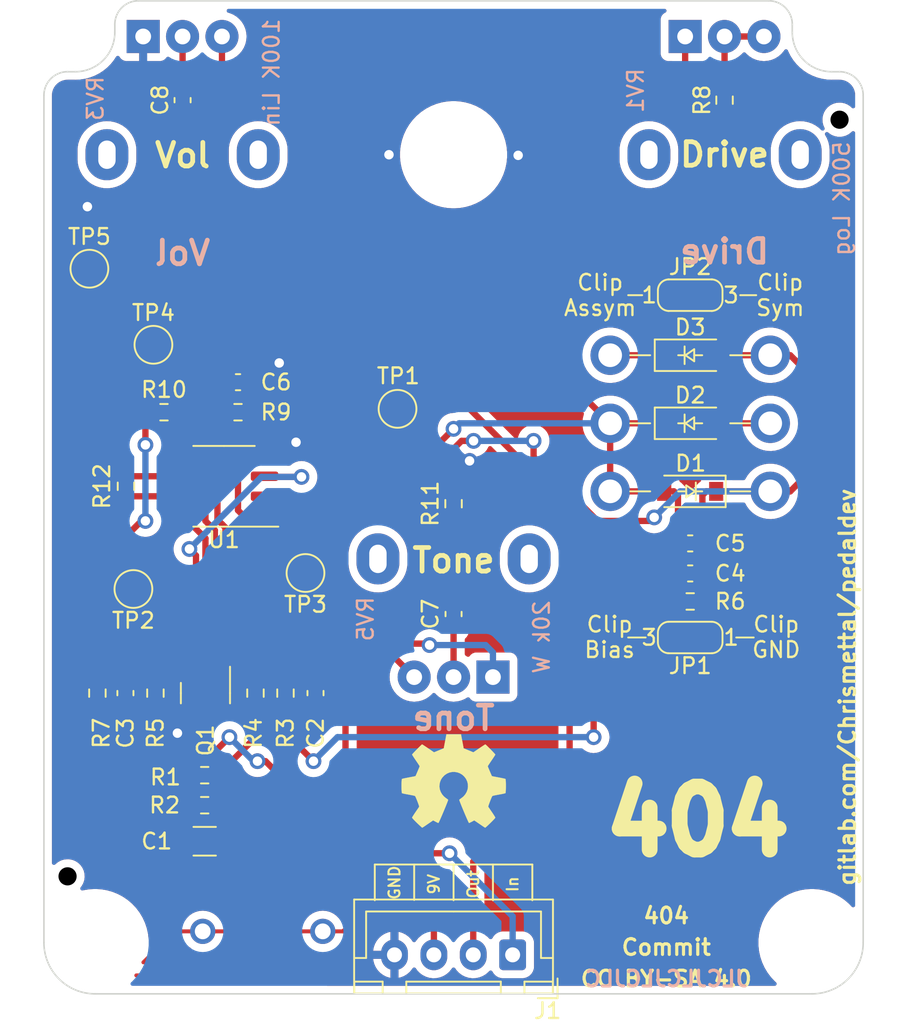
<source format=kicad_pcb>
(kicad_pcb (version 20211014) (generator pcbnew)
  (layers (0 "F.Cu" signal) (31 "B.Cu" signal) (34 "B.Paste" user) (35 "F.Paste" user) (36 "B.SilkS" user "B.Silkscreen") (37 "F.SilkS" user "F.Silkscreen") (38 "B.Mask" user) (39 "F.Mask" user) (44 "Edge.Cuts" user))
  (property "Commit" "Commit")
  (property "Link" "gitlab.com/Chrismettal/pedaldev")
  (property "Name" "404")
  (property "RV1" "Drive")
  (property "RV3" "Vol")
  (property "RV5" "Tone")
  (net 0 "")
  (net 1 "+9V")
  (net 2 "GND")
  (net 3 "Upper_PCB_Input")
  (net 4 "Upper_PCB_Output")
  (net 5 "Net-(C2-Pad2)")
  (net 6 "Net-(C3-Pad1)")
  (net 7 "Net-(C3-Pad2)")
  (net 8 "Net-(C4-Pad2)")
  (net 9 "Net-(C4-Pad1)")
  (net 10 "Net-(C5-Pad2)")
  (net 11 "Net-(C7-Pad2)")
  (net 12 "Net-(C8-Pad1)")
  (net 13 "Net-(C6-Pad1)")
  (net 14 "Net-(JP1-Pad2)")
  (net 15 "Net-(Q1-Pad1)")
  (net 16 "Net-(C7-Pad1)")
  (net 17 "Net-(C8-Pad2)")
  (net 18 "Net-(D2-Pad2)")
  (net 19 "Net-(D3-Pad1)")
  (net 20 "Net-(R8-Pad2)")
  (net 21 "Net-(R12-Pad1)")
  (net 22 "+4V5")
  (footprint "Capacitor_SMD:C_0603_1608Metric" (layer "F.Cu") (at 149.5 106.405 90)
    (fp_text reference "C7" (at 0 -1.4732 270) (layer "F.SilkS"))
    (fp_text value "220nF")
    (pad "1" smd roundrect (at -0.775 0 90) (size 0.9 0.95) (layers "F.Cu" "F.Paste" "F.Mask") (net 16 "Net-(C7-Pad1)"))
    (pad "2" smd roundrect (at 0.775 0 90) (size 0.9 0.95) (layers "F.Cu" "F.Paste" "F.Mask") (net 11 "Net-(C7-Pad2)"))
  )
  (footprint "TestPoint:TestPoint_Pad_D2.0mm" (layer "F.Cu") (at 145.944 93.387)
    (fp_text reference "TP1" (at 0.0508 -2.0828) (layer "F.SilkS"))
    (fp_text value "TP")
    (pad "1" smd circle (at 0 0) (size 2 2) (layers "F.Cu" "F.Mask") (net 9 "Net-(C4-Pad1)"))
  )
  (footprint "Capacitor_SMD:C_1206_3216Metric" (layer "F.Cu") (at 133.703 120.819)
    (fp_text reference "C1" (at -3.048 0) (layer "F.SilkS"))
    (fp_text value "22uF")
    (pad "1" smd roundrect (at -1.475 0) (size 1.15 1.8) (layers "F.Cu" "F.Paste" "F.Mask") (roundrect_rratio 0.2173913043) (net 22 "+4V5"))
    (pad "2" smd roundrect (at 1.475 0) (size 1.15 1.8) (layers "F.Cu" "F.Paste" "F.Mask") (roundrect_rratio 0.2173913043) (net 2 "GND"))
  )
  (footprint "Jumper:SolderJumper-3_P1.3mm_Open_RoundedPad1.0x1.5mm_NumberLabels" (layer "F.Cu") (at 164.52 107.893 180)
    (fp_text reference "JP1" (at 0 -1.8) (layer "F.SilkS"))
    (fp_text value "SolderJumper")
    (fp_text user "3" (at 2.6 0) (layer "F.SilkS"))
    (fp_text user "1" (at -2.6 0) (layer "F.SilkS"))
    (pad "1" smd custom (at -1.3 0 180) (size 1 0.5) (layers "F.Cu" "F.Mask") (net 2 "GND") (options (clearance outline) (anchor rect)) (primitives (gr_circle (center 0 0.25) (end 0.5 0.25) (width 0) (fill yes)) (gr_circle (center 0 -0.25) (end 0.5 -0.25) (width 0) (fill yes)) (gr_poly (pts (xy 0.55 0.75) (xy 0 0.75) (xy 0 -0.75) (xy 0.55 -0.75)) (width 0) (fill yes))))
    (pad "2" smd rect (at 0 0 180) (size 1 1.5) (layers "F.Cu" "F.Mask") (net 14 "Net-(JP1-Pad2)"))
    (pad "3" smd custom (at 1.3 0 180) (size 1 0.5) (layers "F.Cu" "F.Mask") (net 22 "+4V5") (options (clearance outline) (anchor rect)) (primitives (gr_circle (center 0 0.25) (end 0.5 0.25) (width 0) (fill yes)) (gr_circle (center 0 -0.25) (end 0.5 -0.25) (width 0) (fill yes)) (gr_poly (pts (xy 0 0.75) (xy -0.55 0.75) (xy -0.55 -0.75) (xy 0 -0.75)) (width 0) (fill yes))))
  )
  (footprint "Package_SO:SO-8_3.9x4.9mm_P1.27mm" (layer "F.Cu") (at 134.93 98.3 180)
    (fp_text reference "U1" (at 0 -3.4) (layer "F.SilkS"))
    (fp_text value "RC4558")
    (pad "1" smd roundrect (at -2.575 -1.905 180) (size 1.75 0.6) (layers "F.Cu" "F.Paste" "F.Mask") (net 10 "Net-(C5-Pad2)"))
    (pad "2" smd roundrect (at -2.575 -0.635 180) (size 1.75 0.6) (layers "F.Cu" "F.Paste" "F.Mask") (net 9 "Net-(C4-Pad1)"))
    (pad "3" smd roundrect (at -2.575 0.635 180) (size 1.75 0.6) (layers "F.Cu" "F.Paste" "F.Mask") (net 7 "Net-(C3-Pad2)"))
    (pad "4" smd roundrect (at -2.575 1.905 180) (size 1.75 0.6) (layers "F.Cu" "F.Paste" "F.Mask") (net 2 "GND"))
    (pad "5" smd roundrect (at 2.575 1.905 180) (size 1.75 0.6) (layers "F.Cu" "F.Paste" "F.Mask") (net 13 "Net-(C6-Pad1)"))
    (pad "6" smd roundrect (at 2.575 0.635 180) (size 1.75 0.6) (layers "F.Cu" "F.Paste" "F.Mask") (net 21 "Net-(R12-Pad1)"))
    (pad "7" smd roundrect (at 2.575 -0.635 180) (size 1.75 0.6) (layers "F.Cu" "F.Paste" "F.Mask") (net 12 "Net-(C8-Pad1)"))
    (pad "8" smd roundrect (at 2.575 -1.905 180) (size 1.75 0.6) (layers "F.Cu" "F.Paste" "F.Mask") (net 1 "+9V"))
  )
  (footprint "Resistor_SMD:R_0603_1608Metric" (layer "F.Cu") (at 149.5 99.405 90)
    (fp_text reference "R11" (at 0 -1.4732 270) (layer "F.SilkS"))
    (fp_text value "220R")
    (pad "1" smd roundrect (at -0.825 0 90) (size 0.8 0.95) (layers "F.Cu" "F.Paste" "F.Mask") (net 11 "Net-(C7-Pad2)"))
    (pad "2" smd roundrect (at 0.825 0 90) (size 0.8 0.95) (layers "F.Cu" "F.Paste" "F.Mask") (net 2 "GND"))
  )
  (footprint "Resistor_SMD:R_0603_1608Metric" (layer "F.Cu") (at 164.52 105.607)
    (fp_text reference "R6" (at 2.54 0) (layer "F.SilkS"))
    (fp_text value "4K7")
    (pad "1" smd roundrect (at -0.825 0) (size 0.8 0.95) (layers "F.Cu" "F.Paste" "F.Mask") (net 14 "Net-(JP1-Pad2)"))
    (pad "2" smd roundrect (at 0.825 0) (size 0.8 0.95) (layers "F.Cu" "F.Paste" "F.Mask") (net 8 "Net-(C4-Pad2)"))
  )
  (footprint "Package_TO_SOT_SMD:SOT-23" (layer "F.Cu") (at 133.752 111.421 -90)
    (fp_text reference "Q1" (at 2.9995 -0.00625 90) (layer "F.SilkS"))
    (fp_text value "BC846")
    (pad "1" smd roundrect (at -0.9375 -0.95 270) (size 1.475 0.6) (layers "F.Cu" "F.Paste" "F.Mask") (net 15 "Net-(Q1-Pad1)"))
    (pad "2" smd roundrect (at -0.9375 0.95 270) (size 1.475 0.6) (layers "F.Cu" "F.Paste" "F.Mask") (net 6 "Net-(C3-Pad1)"))
    (pad "3" smd roundrect (at 0.9375 0 270) (size 1.475 0.6) (layers "F.Cu" "F.Paste" "F.Mask") (net 1 "+9V"))
  )
  (footprint "Resistor_SMD:R_0603_1608Metric" (layer "F.Cu") (at 138.832 111.421 90)
    (fp_text reference "R3" (at -2.54 0 90) (layer "F.SilkS"))
    (fp_text value "1K")
    (pad "1" smd roundrect (at -0.825 0 90) (size 0.8 0.95) (layers "F.Cu" "F.Paste" "F.Mask") (net 5 "Net-(C2-Pad2)"))
    (pad "2" smd roundrect (at 0.825 0 90) (size 0.8 0.95) (layers "F.Cu" "F.Paste" "F.Mask") (net 15 "Net-(Q1-Pad1)"))
  )
  (footprint "Resistor_SMD:R_0603_1608Metric" (layer "F.Cu") (at 136.927 111.421 90)
    (fp_text reference "R4" (at -2.54 -0.12075 90) (layer "F.SilkS"))
    (fp_text value "510K")
    (pad "1" smd roundrect (at -0.825 0 90) (size 0.8 0.95) (layers "F.Cu" "F.Paste" "F.Mask") (net 22 "+4V5"))
    (pad "2" smd roundrect (at 0.825 0 90) (size 0.8 0.95) (layers "F.Cu" "F.Paste" "F.Mask") (net 15 "Net-(Q1-Pad1)"))
  )
  (footprint "TestPoint:TestPoint_Pad_D2.0mm" (layer "F.Cu") (at 126.386 84.497)
    (fp_text reference "TP5" (at 0 -2.032) (layer "F.SilkS"))
    (fp_text value "TP")
    (pad "1" smd circle (at 0 0) (size 2 2) (layers "F.Cu" "F.Mask") (net 12 "Net-(C8-Pad1)"))
  )
  (footprint "Resistor_SMD:R_0603_1608Metric" (layer "F.Cu") (at 126.894 111.421 90)
    (fp_text reference "R7" (at -2.54 0.254 90) (layer "F.SilkS"))
    (fp_text value "10K")
    (pad "1" smd roundrect (at -0.825 0 90) (size 0.8 0.95) (layers "F.Cu" "F.Paste" "F.Mask") (net 22 "+4V5"))
    (pad "2" smd roundrect (at 0.825 0 90) (size 0.8 0.95) (layers "F.Cu" "F.Paste" "F.Mask") (net 7 "Net-(C3-Pad2)"))
  )
  (footprint "MeineBib:EigenesMountingHole_3.2mm_M3_Small" (layer "F.Cu") (at 126.75 127.25)
    (fp_text reference "MK2" hide)
    (fp_text value "Mounting_Hole_M3" hide)
    (pad "" np_thru_hole circle (at 0 0) (size 3.2 3.2) (drill 3.2) (layers F&B.Cu *.Mask) (clearance 1.8))
  )
  (footprint "Resistor_SMD:R_0603_1608Metric" (layer "F.Cu") (at 166.7 73.805 90)
    (fp_text reference "R8" (at 0 -1.43 90) (layer "F.SilkS"))
    (fp_text value "51K")
    (pad "1" smd roundrect (at -0.825 0 90) (size 0.8 0.95) (layers "F.Cu" "F.Paste" "F.Mask") (net 10 "Net-(C5-Pad2)"))
    (pad "2" smd roundrect (at 0.825 0 90) (size 0.8 0.95) (layers "F.Cu" "F.Paste" "F.Mask") (net 20 "Net-(R8-Pad2)"))
  )
  (footprint "TestPoint:TestPoint_Pad_D2.0mm" (layer "F.Cu") (at 140.102 103.801 180)
    (fp_text reference "TP3" (at 0 -1.998) (layer "F.SilkS"))
    (fp_text value "TP")
    (pad "1" smd circle (at 0 0 180) (size 2 2) (layers "F.Cu" "F.Mask") (net 10 "Net-(C5-Pad2)"))
  )
  (footprint "Resistor_SMD:R_0603_1608Metric" (layer "F.Cu") (at 130.577 111.421 -90)
    (fp_text reference "R5" (at 2.54 0 90) (layer "F.SilkS"))
    (fp_text value "10K")
    (pad "1" smd roundrect (at -0.825 0 270) (size 0.8 0.95) (layers "F.Cu" "F.Paste" "F.Mask") (net 6 "Net-(C3-Pad1)"))
    (pad "2" smd roundrect (at 0.825 0 270) (size 0.8 0.95) (layers "F.Cu" "F.Paste" "F.Mask") (net 2 "GND"))
  )
  (footprint "TestPoint:TestPoint_Pad_D2.0mm" (layer "F.Cu") (at 129.18 104.817 180)
    (fp_text reference "TP2" (at 0 -1.998) (layer "F.SilkS"))
    (fp_text value "TP")
    (pad "1" smd circle (at 0 0 180) (size 2 2) (layers "F.Cu" "F.Mask") (net 7 "Net-(C3-Pad2)"))
  )
  (footprint "MeineBib:JLC_Toolinghole" (layer "F.Cu") (at 125 123.045)
    (fp_text reference "REF**" hide)
    (fp_text value "JLC_Toolinghole")
    (pad "" np_thru_hole circle (at 0 0) (size 1.3 1.3) (drill 1.152) (layers *.Mask))
  )
  (footprint "TestPoint:TestPoint_Pad_D2.0mm" (layer "F.Cu") (at 130.45 89.323)
    (fp_text reference "TP4" (at 0 -2.032) (layer "F.SilkS"))
    (fp_text value "TP")
    (pad "1" smd circle (at 0 0) (size 2 2) (layers "F.Cu" "F.Mask") (net 21 "Net-(R12-Pad1)"))
  )
  (footprint "Symbol:OSHW-Symbol_6.7x6mm_SilkScreen" (layer "F.Cu") (at 149.5 117.009)
    (fp_text reference "REF**" hide)
    (fp_text value "OSHW-Symbol_6.7x6mm_SilkScreen" hide)
  )
  (footprint "Capacitor_SMD:C_0603_1608Metric" (layer "F.Cu") (at 128.672 111.421 90)
    (fp_text reference "C3" (at -2.54 0 90) (layer "F.SilkS"))
    (fp_text value "1uF")
    (pad "1" smd roundrect (at -0.775 0 90) (size 0.9 0.95) (layers "F.Cu" "F.Paste" "F.Mask") (net 6 "Net-(C3-Pad1)"))
    (pad "2" smd roundrect (at 0.775 0 90) (size 0.9 0.95) (layers "F.Cu" "F.Paste" "F.Mask") (net 7 "Net-(C3-Pad2)"))
  )
  (footprint "MeineBib:JLC_Toolinghole" (layer "F.Cu") (at 174 75.045)
    (fp_text reference "REF**" hide)
    (fp_text value "JLC_Toolinghole")
    (pad "" np_thru_hole circle (at 0 0) (size 1.3 1.3) (drill 1.152) (layers *.Mask))
  )
  (footprint "Resistor_SMD:R_0603_1608Metric" (layer "F.Cu") (at 135.819 93.601 180)
    (fp_text reference "R9" (at -2.413 0) (layer "F.SilkS"))
    (fp_text value "1K")
    (pad "1" smd roundrect (at -0.825 0 180) (size 0.8 0.95) (layers "F.Cu" "F.Paste" "F.Mask") (net 10 "Net-(C5-Pad2)"))
    (pad "2" smd roundrect (at 0.825 0 180) (size 0.8 0.95) (layers "F.Cu" "F.Paste" "F.Mask") (net 13 "Net-(C6-Pad1)"))
  )
  (footprint "Capacitor_SMD:C_0603_1608Metric" (layer "F.Cu") (at 140.737 111.421 -90)
    (fp_text reference "C2" (at 2.54 -0.00625 90) (layer "F.SilkS"))
    (fp_text value "47n")
    (pad "1" smd roundrect (at -0.775 0 270) (size 0.9 0.95) (layers "F.Cu" "F.Paste" "F.Mask") (net 3 "Upper_PCB_Input"))
    (pad "2" smd roundrect (at 0.775 0 270) (size 0.9 0.95) (layers "F.Cu" "F.Paste" "F.Mask") (net 5 "Net-(C2-Pad2)"))
  )
  (footprint "Connector_JST:JST_XH_B4B-XH-A_1x04_P2.50mm_Vertical" (layer "F.Cu") (at 153.25 128.025 180)
    (fp_text reference "J1" (at -2.225 -3.55) (layer "F.SilkS"))
    (fp_text value "Conn_01x04")
    (pad "1" thru_hole roundrect (at 0 0 180) (size 1.7 1.95) (drill 0.95) (layers *.Cu *.Mask) (roundrect_rratio 0.1470588235) (net 3 "Upper_PCB_Input"))
    (pad "2" thru_hole oval (at 2.5 0 180) (size 1.7 1.95) (drill 0.95) (layers *.Cu *.Mask) (net 4 "Upper_PCB_Output"))
    (pad "3" thru_hole oval (at 5 0 180) (size 1.7 1.95) (drill 0.95) (layers *.Cu *.Mask) (net 1 "+9V"))
    (pad "4" thru_hole oval (at 7.5 0 180) (size 1.7 1.95) (drill 0.95) (layers *.Cu *.Mask) (net 2 "GND"))
  )
  (footprint "Capacitor_SMD:C_0603_1608Metric" (layer "F.Cu") (at 135.819 91.696)
    (fp_text reference "C6" (at 2.413 0) (layer "F.SilkS"))
    (fp_text value "220nF")
    (pad "1" smd roundrect (at -0.775 0) (size 0.9 0.95) (layers "F.Cu" "F.Paste" "F.Mask") (net 13 "Net-(C6-Pad1)"))
    (pad "2" smd roundrect (at 0.775 0) (size 0.9 0.95) (layers "F.Cu" "F.Paste" "F.Mask") (net 2 "GND"))
  )
  (footprint "MeineBib:EigenesMountingHole_3.2mm_M3_Small" (layer "F.Cu") (at 172.25 127.25)
    (fp_text reference "MK2" hide)
    (fp_text value "Mounting_Hole_M3" hide)
    (pad "" np_thru_hole circle (at 0 0) (size 3.2 3.2) (drill 3.2) (layers F&B.Cu *.Mask) (clearance 1.8))
  )
  (footprint "Resistor_SMD:R_0603_1608Metric" (layer "F.Cu") (at 133.703 118.533)
    (fp_text reference "R2" (at -2.54 0) (layer "F.SilkS"))
    (fp_text value "10K")
    (pad "1" smd roundrect (at -0.825 0) (size 0.8 0.95) (layers "F.Cu" "F.Paste" "F.Mask") (net 22 "+4V5"))
    (pad "2" smd roundrect (at 0.825 0) (size 0.8 0.95) (layers "F.Cu" "F.Paste" "F.Mask") (net 2 "GND"))
  )
  (footprint "Resistor_SMD:R_0603_1608Metric" (layer "F.Cu") (at 128.707 98.3 -90)
    (fp_text reference "R12" (at 0 1.524 90) (layer "F.SilkS"))
    (fp_text value "1K")
    (pad "1" smd roundrect (at -0.825 0 270) (size 0.8 0.95) (layers "F.Cu" "F.Paste" "F.Mask") (net 21 "Net-(R12-Pad1)"))
    (pad "2" smd roundrect (at 0.825 0 270) (size 0.8 0.95) (layers "F.Cu" "F.Paste" "F.Mask") (net 12 "Net-(C8-Pad1)"))
  )
  (footprint "MeineBib:Binary_6_v0.1_tiny_silk" (layer "F.Cu") (at 137.4144 127.5007)
    (fp_text reference "H7" hide)
    (fp_text value "Symbol_Binary6" hide)
    (fp_text user "Binary-6" (at -2.0654 0.8) (layer "F.Cu") (effects (font (size 1.2 1.2) (thickness 0.2))))
    (fp_line (start 3.7846 -0.9652) (end 5.0546 -0.9652) (layer "F.Cu") (width 0.25))
    (fp_line (start -3.8354 -0.9652) (end -1.2954 -0.9652) (layer "F.Cu") (width 0.25))
    (fp_line (start 3.5306 1.8288) (end -8.05 1.8288) (layer "F.Cu") (width 0.25))
    (fp_line (start 5.0546 -0.9652) (end 5.7 -1.6) (layer "F.Cu") (width 0.25))
    (fp_line (start -3.8354 -0.9652) (end -5.6134 -0.9652) (layer "F.Cu") (width 0.25))
    (fp_line (start 1.2446 -0.9652) (end 3.7846 -0.9652) (layer "F.Cu") (width 0.25))
    (fp_line (start 5.7 -0.35) (end 3.5306 1.8288) (layer "F.Cu") (width 0.25))
    (fp_line (start -5.6134 -0.9652) (end -7.6 1) (layer "F.Cu") (width 0.25))
    (pad "" smd roundrect (at 0.8446 -0.9652) (size 0.9 1.8) (layers "F.Cu" "F.Mask"))
    (pad "" smd roundrect (at -0.8954 -0.9652) (size 0.9 1.8) (layers "F.Cu" "F.Mask"))
    (pad "" thru_hole circle (at -3.8354 -0.9652) (size 1.6 1.6) (drill 1) (layers *.Cu *.Mask))
    (pad "" thru_hole oval (at 3.7846 -0.9652) (size 1.6 1.6) (drill 1) (layers *.Cu *.Mask))
  )
  (footprint "MeineBib:D_SOD-123+THT" (layer "F.Cu") (at 164.52 89.986)
    (fp_text reference "D3" (at 0 -1.778) (layer "F.SilkS"))
    (fp_text value "1N4148W")
    (pad "1" thru_hole circle (at -5.08 0) (size 2.5 2.5) (drill 1.5) (layers *.Cu *.Mask) (net 19 "Net-(D3-Pad1)"))
    (pad "1" smd rect (at -1.65 0) (size 0.9 1.2) (layers "F.Cu" "F.Paste" "F.Mask") (net 19 "Net-(D3-Pad1)"))
    (pad "2" smd rect (at 1.65 0) (size 0.9 1.2) (layers "F.Cu" "F.Paste" "F.Mask") (net 10 "Net-(C5-Pad2)"))
    (pad "2" thru_hole circle (at 5.08 0) (size 2.5 2.5) (drill 1.5) (layers *.Cu *.Mask) (net 10 "Net-(C5-Pad2)"))
  )
  (footprint "Capacitor_SMD:C_0603_1608Metric" (layer "F.Cu") (at 164.52 103.829)
    (fp_text reference "C4" (at 2.54 0) (layer "F.SilkS"))
    (fp_text value "47n")
    (pad "1" smd roundrect (at -0.775 0) (size 0.9 0.95) (layers "F.Cu" "F.Paste" "F.Mask") (net 9 "Net-(C4-Pad1)"))
    (pad "2" smd roundrect (at 0.775 0) (size 0.9 0.95) (layers "F.Cu" "F.Paste" "F.Mask") (net 8 "Net-(C4-Pad2)"))
  )
  (footprint "MeineBib:D_SOD-123+THT" (layer "F.Cu") (at 164.52 98.622 180)
    (fp_text reference "D1" (at -0.0254 1.778) (layer "F.SilkS"))
    (fp_text value "1N4148W")
    (pad "1" smd rect (at -1.65 0 180) (size 0.9 1.2) (layers "F.Cu" "F.Paste" "F.Mask") (net 10 "Net-(C5-Pad2)"))
    (pad "1" thru_hole circle (at -5.08 0 180) (size 2.5 2.5) (drill 1.5) (layers *.Cu *.Mask) (net 10 "Net-(C5-Pad2)"))
    (pad "2" smd rect (at 1.65 0 180) (size 0.9 1.2) (layers "F.Cu" "F.Paste" "F.Mask") (net 9 "Net-(C4-Pad1)"))
    (pad "2" thru_hole circle (at 5.08 0 180) (size 2.5 2.5) (drill 1.5) (layers *.Cu *.Mask) (net 9 "Net-(C4-Pad1)"))
  )
  (footprint "Resistor_SMD:R_0603_1608Metric" (layer "F.Cu") (at 131.12 93.601)
    (fp_text reference "R10" (at 0 -1.43) (layer "F.SilkS"))
    (fp_text value "10K")
    (pad "1" smd roundrect (at -0.825 0) (size 0.8 0.95) (layers "F.Cu" "F.Paste" "F.Mask") (net 22 "+4V5"))
    (pad "2" smd roundrect (at 0.825 0) (size 0.8 0.95) (layers "F.Cu" "F.Paste" "F.Mask") (net 13 "Net-(C6-Pad1)"))
  )
  (footprint "MeineBib:D_SOD-123+THT" (layer "F.Cu") (at 164.52 94.304)
    (fp_text reference "D2" (at 0 -1.778) (layer "F.SilkS"))
    (fp_text value "1N4148W")
    (pad "1" thru_hole circle (at -5.08 0) (size 2.5 2.5) (drill 1.5) (layers *.Cu *.Mask) (net 9 "Net-(C4-Pad1)"))
    (pad "1" smd rect (at -1.65 0) (size 0.9 1.2) (layers "F.Cu" "F.Paste" "F.Mask") (net 9 "Net-(C4-Pad1)"))
    (pad "2" smd rect (at 1.65 0) (size 0.9 1.2) (layers "F.Cu" "F.Paste" "F.Mask") (net 18 "Net-(D2-Pad2)"))
    (pad "2" thru_hole circle (at 5.08 0) (size 2.5 2.5) (drill 1.5) (layers *.Cu *.Mask) (net 18 "Net-(D2-Pad2)"))
  )
  (footprint "Capacitor_SMD:C_0603_1608Metric" (layer "F.Cu") (at 132.3 73.805 90)
    (fp_text reference "C8" (at 0 -1.43 90) (layer "F.SilkS"))
    (fp_text value "1uF")
    (pad "1" smd roundrect (at -0.775 0 90) (size 0.9 0.95) (layers "F.Cu" "F.Paste" "F.Mask") (net 12 "Net-(C8-Pad1)"))
    (pad "2" smd roundrect (at 0.775 0 90) (size 0.9 0.95) (layers "F.Cu" "F.Paste" "F.Mask") (net 17 "Net-(C8-Pad2)"))
  )
  (footprint "Jumper:SolderJumper-3_P1.3mm_Open_RoundedPad1.0x1.5mm_NumberLabels" (layer "F.Cu") (at 164.52 86.176)
    (fp_text reference "JP2" (at 0 -1.8) (layer "F.SilkS"))
    (fp_text value "SolderJumper")
    (fp_text user "3" (at 2.6 0) (layer "F.SilkS"))
    (fp_text user "1" (at -2.6 0) (layer "F.SilkS"))
    (pad "1" smd custom (at -1.3 0) (size 1 0.5) (layers "F.Cu" "F.Mask") (net 19 "Net-(D3-Pad1)") (options (clearance outline) (anchor rect)) (primitives (gr_circle (center 0 0.25) (end 0.5 0.25) (width 0) (fill yes)) (gr_circle (center 0 -0.25) (end 0.5 -0.25) (width 0) (fill yes)) (gr_poly (pts (xy 0.55 0.75) (xy 0 0.75) (xy 0 -0.75) (xy 0.55 -0.75)) (width 0) (fill yes))))
    (pad "2" smd rect (at 0 0) (size 1 1.5) (layers "F.Cu" "F.Mask") (net 18 "Net-(D2-Pad2)"))
    (pad "3" smd custom (at 1.3 0) (size 1 0.5) (layers "F.Cu" "F.Mask") (net 10 "Net-(C5-Pad2)") (options (clearance outline) (anchor rect)) (primitives (gr_circle (center 0 0.25) (end 0.5 0.25) (width 0) (fill yes)) (gr_circle (center 0 -0.25) (end 0.5 -0.25) (width 0) (fill yes)) (gr_poly (pts (xy 0 0.75) (xy -0.55 0.75) (xy -0.55 -0.75) (xy 0 -0.75)) (width 0) (fill yes))))
  )
  (footprint "MeineBib:EigenesMountingHole_3.2mm_M3_Small" (layer "F.Cu") (at 149.5 77.265)
    (fp_text reference "MK2" hide)
    (fp_text value "Mounting_Hole_M3" hide)
    (pad "" np_thru_hole circle (at 0 0) (size 3.2 3.2) (drill 3.2) (layers F&B.Cu *.Mask) (clearance 1.8))
  )
  (footprint "Capacitor_SMD:C_0603_1608Metric" (layer "F.Cu") (at 164.52 101.924)
    (fp_text reference "C5" (at 2.54 0) (layer "F.SilkS"))
    (fp_text value "47pF")
    (pad "1" smd roundrect (at -0.775 0) (size 0.9 0.95) (layers "F.Cu" "F.Paste" "F.Mask") (net 9 "Net-(C4-Pad1)"))
    (pad "2" smd roundrect (at 0.775 0) (size 0.9 0.95) (layers "F.Cu" "F.Paste" "F.Mask") (net 10 "Net-(C5-Pad2)"))
  )
  (footprint "Resistor_SMD:R_0603_1608Metric" (layer "F.Cu") (at 133.703 116.628)
    (fp_text reference "R1" (at -2.491 0.127) (layer "F.SilkS"))
    (fp_text value "10K")
    (pad "1" smd roundrect (at -0.825 0) (size 0.8 0.95) (layers "F.Cu" "F.Paste" "F.Mask") (net 1 "+9V"))
    (pad "2" smd roundrect (at 0.825 0) (size 0.8 0.95) (layers "F.Cu" "F.Paste" "F.Mask") (net 22 "+4V5"))
  )
  (footprint "MeineBib:Potentiometer_Alpha_RD901F-40-00D_Single_Vertical" (layer "B.Cu") (at 164.2 69.765 -90)
    (fp_text reference "RV1" (at 3.429 3.143 90) (layer "B.SilkS") (effects (justify mirror)))
    (fp_text value "500K Log" (at 10.287 -9.938 -90) (layer "B.SilkS") (effects (justify mirror)))
    (pad "" thru_hole oval (at 7.5 2.3 180) (size 2.72 3.24) (drill oval 1.1 1.8) (layers *.Cu *.Mask))
    (pad "" thru_hole oval (at 7.5 -7.3 180) (size 2.72 3.24) (drill oval 1.1 1.8) (layers *.Cu *.Mask))
    (pad "1" thru_hole rect (at 0 0 180) (size 2.1 2.1) (drill 1) (layers *.Cu *.Mask) (net 9 "Net-(C4-Pad1)"))
    (pad "2" thru_hole circle (at 0 -2.5 180) (size 2.1 2.1) (drill 1) (layers *.Cu *.Mask) (net 20 "Net-(R8-Pad2)"))
    (pad "3" thru_hole circle (at 0 -5 180) (size 2.1 2.1) (drill 1) (layers *.Cu *.Mask) (net 20 "Net-(R8-Pad2)"))
  )
  (footprint "MeineBib:Potentiometer_Alpha_RD901F-40-00D_Single_Vertical" (layer "B.Cu") (at 129.8 69.765 -90)
    (fp_text reference "RV3" (at 3.937 3.033 90) (layer "B.SilkS") (effects (justify mirror)))
    (fp_text value "100K Lin" (at 2.286 -8.143 90) (layer "B.SilkS") (effects (justify mirror)))
    (pad "" thru_hole oval (at 7.5 2.3 180) (size 2.72 3.24) (drill oval 1.1 1.8) (layers *.Cu *.Mask))
    (pad "" thru_hole oval (at 7.5 -7.3 180) (size 2.72 3.24) (drill oval 1.1 1.8) (layers *.Cu *.Mask))
    (pad "1" thru_hole rect (at 0 0 180) (size 2.1 2.1) (drill 1) (layers *.Cu *.Mask) (net 2 "GND"))
    (pad "2" thru_hole circle (at 0 -2.5 180) (size 2.1 2.1) (drill 1) (layers *.Cu *.Mask) (net 17 "Net-(C8-Pad2)"))
    (pad "3" thru_hole circle (at 0 -5 180) (size 2.1 2.1) (drill 1) (layers *.Cu *.Mask) (net 4 "Upper_PCB_Output"))
  )
  (footprint "MeineBib:Potentiometer_Alpha_RD901F-40-00D_Single_Vertical" (layer "B.Cu") (at 152 110.405 90)
    (fp_text reference "RV5" (at 3.683 -8.088 90) (layer "B.SilkS") (effects (justify mirror)))
    (fp_text value "20k W" (at 2.54 3.088 90) (layer "B.SilkS") (effects (justify mirror)))
    (pad "" thru_hole oval (at 7.5 2.3) (size 2.72 3.24) (drill oval 1.1 1.8) (layers *.Cu *.Mask))
    (pad "" thru_hole oval (at 7.5 -7.3) (size 2.72 3.24) (drill oval 1.1 1.8) (layers *.Cu *.Mask))
    (pad "1" thru_hole rect (at 0 0) (size 2.1 2.1) (drill 1) (layers *.Cu *.Mask) (net 13 "Net-(C6-Pad1)"))
    (pad "2" thru_hole circle (at 0 -2.5) (size 2.1 2.1) (drill 1) (layers *.Cu *.Mask) (net 16 "Net-(C7-Pad1)"))
    (pad "3" thru_hole circle (at 0 -5) (size 2.1 2.1) (drill 1) (layers *.Cu *.Mask) (net 21 "Net-(R12-Pad1)"))
  )
  (gr_line (start 152 122.295) (end 152 124.561) (layer "F.SilkS") (width 0.12))
  (gr_line (start 144.5 122.295) (end 144.5 124.561) (layer "F.SilkS") (width 0.12))
  (gr_line (start 167.695 86.176) (end 168.711 86.176) (layer "F.SilkS") (width 0.12))
  (gr_line (start 161.472 86.176) (end 160.583 86.176) (layer "F.SilkS") (width 0.12))
  (gr_line (start 160.583 107.893) (end 161.692 107.893) (layer "F.SilkS") (width 0.12))
  (gr_line (start 149.5 122.295) (end 149.5 124.561) (layer "F.SilkS") (width 0.12))
  (gr_line (start 144.5 122.295) (end 154.5 122.295) (layer "F.SilkS") (width 0.12))
  (gr_line (start 147 122.295) (end 147 124.545) (layer "F.SilkS") (width 0.12))
  (gr_line (start 154.5 122.295) (end 154.5 124.561) (layer "F.SilkS") (width 0.12))
  (gr_line (start 167.441 107.893) (end 168.55 107.893) (layer "F.SilkS") (width 0.12))
  (gr_line (start 123.5 73.5) (end 123.5 127.25) (layer "Edge.Cuts") (width 0.1))
  (gr_line (start 129.5 67.5) (end 169.5 67.5) (layer "Edge.Cuts") (width 0.1))
  (gr_arc (start 174 72) (mid 175.06066 72.43934) (end 175.5 73.5) (layer "Edge.Cuts") (width 0.1))
  (gr_arc (start 128 69.5) (mid 127.267767 71.267767) (end 125.5 72) (layer "Edge.Cuts") (width 0.1))
  (gr_arc (start 126.75 130.5) (mid 124.451903 129.548097) (end 123.5 127.25) (layer "Edge.Cuts") (width 0.1))
  (gr_line (start 126.75 130.5) (end 172.25 130.5) (layer "Edge.Cuts") (width 0.1))
  (gr_line (start 173.5 72) (end 174 72) (layer "Edge.Cuts") (width 0.1))
  (gr_line (start 125 72) (end 125.5 72) (layer "Edge.Cuts") (width 0.1))
  (gr_arc (start 175.5 127.25) (mid 174.548097 129.548097) (end 172.25 130.5) (layer "Edge.Cuts") (width 0.1))
  (gr_arc (start 173.5 72) (mid 171.732233 71.267767) (end 171 69.5) (layer "Edge.Cuts") (width 0.1))
  (gr_arc (start 169.5 67.5) (mid 170.56066 67.93934) (end 171 69) (layer "Edge.Cuts") (width 0.1))
  (gr_arc (start 128 69) (mid 128.43934 67.93934) (end 129.5 67.5) (layer "Edge.Cuts") (width 0.1))
  (gr_arc (start 123.5 73.5) (mid 123.93934 72.43934) (end 125 72) (layer "Edge.Cuts") (width 0.1))
  (gr_line (start 175.5 73.5) (end 175.5 127.25) (layer "Edge.Cuts") (width 0.1))
  (gr_line (start 171 69.5) (end 171 69) (layer "Edge.Cuts") (width 0.1))
  (gr_line (start 128 69.5) (end 128 69) (layer "Edge.Cuts") (width 0.1))
  (gr_text "${RV5}" (at 149.5 113.005) (layer "B.SilkS") (effects (font (size 1.5 1.5) (thickness 0.3)) (justify mirror)))
  (gr_text "JLCJLCJLCJLC" (at 163 129.545) (layer "B.SilkS") (effects (font (size 1 1) (thickness 0.2)) (justify mirror)))
  (gr_text "${RV1}" (at 166.7 83.405) (layer "B.SilkS") (effects (font (size 1.5 1.5) (thickness 0.3)) (justify mirror)))
  (gr_text "${RV3}" (at 132.3 83.505) (layer "B.SilkS") (effects (font (size 1.5 1.5) (thickness 0.3)) (justify mirror)))
  (gr_text "${Name}" (at 164.994 119.549) (layer "F.SilkS") (effects (font (size 4 4) (thickness 1))))
  (gr_text "${RV5}" (at 149.5 103.005) (layer "F.SilkS") (effects (font (size 1.5 1.5) (thickness 0.3))))
  (gr_text "${Link}" (at 174.5 111.045 90) (layer "F.SilkS") (effects (font (size 1 1) (thickness 0.2))))
  (gr_text "Clip\nGND" (at 169.981 107.865) (layer "F.SilkS") (effects (font (size 1 1))))
  (gr_text "Clip\nBias" (at 159.406 107.865) (layer "F.SilkS") (effects (font (size 1 1))))
  (gr_text "${Commit}" (at 163 127.545) (layer "F.SilkS") (effects (font (size 1 1) (thickness 0.2))))
  (gr_text "${Name}" (at 163 125.545) (layer "F.SilkS") (effects (font (size 1 1) (thickness 0.2))))
  (gr_text "Out" (at 150.75 123.545 90) (layer "F.SilkS") (effects (font (size 0.7 0.7) (thickness 0.13))))
  (gr_text "Clip\nSym" (at 170.235 86.176) (layer "F.SilkS") (effects (font (size 1 1))))
  (gr_text "${RV3}" (at 132.3 77.305) (layer "F.SilkS") (effects (font (size 1.5 1.5) (thickness 0.3))))
  (gr_text "Clip\nAssym" (at 158.805 86.176) (layer "F.SilkS") (effects (font (size 1 1))))
  (gr_text "${RV1}" (at 166.7 77.258) (layer "F.SilkS") (effects (font (size 1.5 1.5) (thickness 0.3))))
  (gr_text "In" (at 153.25 123.545 90) (layer "F.SilkS") (effects (font (size 0.7 0.7) (thickness 0.13))))
  (gr_text "CC BY-SA 4.0" (at 163 129.545) (layer "F.SilkS") (effects (font (size 1 1) (thickness 0.2))))
  (gr_text "9V" (at 148.25 123.545 90) (layer "F.SilkS") (effects (font (size 0.7 0.7) (thickness 0.13))))
  (gr_text "GND" (at 145.75 123.445 90) (layer "F.SilkS") (effects (font (size 0.7 0.7) (thickness 0.13))))
  (segment (start 133.752 115.739) (end 133.752 115.754) (width 0.4) (layer "F.Cu") (net 1))
  (segment (start 132.878 116.628) (end 133.752 115.754) (width 0.4) (layer "F.Cu") (net 1))
  (segment (start 146.452 122.343) (end 148.25 124.141) (width 0.4) (layer "F.Cu") (net 1))
  (segment (start 133.752 101.602) (end 133.752 112.3585) (width 0.4) (layer "F.Cu") (net 1))
  (segment (start 137.562 115.739) (end 144.166 122.343) (width 0.4) (layer "F.Cu") (net 1))
  (segment (start 144.166 122.343) (end 146.452 122.343) (width 0.4) (layer "F.Cu") (net 1))
  (segment (start 135.276 114.215) (end 133.752 115.739) (width 0.4) (layer "F.Cu") (net 1))
  (segment (start 132.355 100.205) (end 133.752 101.602) (width 0.4) (layer "F.Cu") (net 1))
  (segment (start 148.25 124.141) (end 148.25 128.025) (width 0.4) (layer "F.Cu") (net 1))
  (segment (start 133.752 112.3585) (end 133.752 115.754) (width 0.4) (layer "F.Cu") (net 1))
  (segment (start 137.054 115.739) (end 137.562 115.739) (width 0.4) (layer "F.Cu") (net 1))
  (via (at 135.276 114.215) (size 1) (drill 0.6) (layers "F.Cu" "B.Cu") (net 1))
  (via (at 137.054 115.739) (size 1) (drill 0.6) (layers "F.Cu" "B.Cu") (net 1))
  (segment (start 136.8 115.739) (end 137.054 115.739) (width 0.4) (layer "B.Cu") (net 1))
  (segment (start 135.276 114.215) (end 136.8 115.739) (width 0.4) (layer "B.Cu") (net 1))
  (segment (start 137.505 96.395) (end 138.613 96.395) (width 0.4) (layer "F.Cu") (net 2))
  (segment (start 134.528 119.231) (end 134.528 118.533) (width 0.4) (layer "F.Cu") (net 2))
  (segment (start 149.5 98.58) (end 149.5 97.705) (width 0.4) (layer "F.Cu") (net 2))
  (segment (start 138.4352 90.4768) (end 137.216 91.696) (width 0.4) (layer "F.Cu") (net 2))
  (segment (start 135.178 120.819) (end 135.178 119.881) (width 0.4) (layer "F.Cu") (net 2))
  (segment (start 137.216 91.696) (end 136.594 91.696) (width 0.4) (layer "F.Cu") (net 2))
  (segment (start 135.178 119.881) (end 134.528 119.231) (width 0.4) (layer "F.Cu") (net 2))
  (segment (start 138.613 96.395) (end 139.502 95.506) (width 0.4) (layer "F.Cu") (net 2))
  (segment (start 130.577 112.564) (end 131.974 113.961) (width 0.4) (layer "F.Cu") (net 2))
  (segment (start 149.5 97.705) (end 150.516 96.689) (width 0.4) (layer "F.Cu") (net 2))
  (segment (start 130.577 112.246) (end 130.577 112.564) (width 0.4) (layer "F.Cu") (net 2))
  (via (at 138.4352 90.4768) (size 1) (drill 0.6) (layers "F.Cu" "B.Cu") (net 2))
  (via (at 153.6 77.305) (size 1) (drill 0.6) (layers "F.Cu" "B.Cu") (net 2))
  (via (at 139.502 95.506) (size 1) (drill 0.6) (layers "F.Cu" "B.Cu") (net 2))
  (via (at 131.974 113.961) (size 1) (drill 0.6) (layers "F.Cu" "B.Cu") (net 2))
  (via (at 126.259 80.56) (size 1) (drill 0.6) (layers "F.Cu" "B.Cu") (net 2))
  (via (at 145.4 77.265) (size 1) (drill 0.6) (layers "F.Cu" "B.Cu") (net 2))
  (via (at 150.516 96.689) (size 1) (drill 0.6) (layers "F.Cu" "B.Cu") (net 2))
  (segment (start 142.388 111.167) (end 142.642 111.421) (width 0.4) (layer "F.Cu") (net 3))
  (segment (start 141.867 110.646) (end 142.388 111.167) (width 0.4) (layer "F.Cu") (net 3))
  (segment (start 140.737 110.646) (end 141.867 110.646) (width 0.4) (layer "F.Cu") (net 3))
  (segment (start 142.642 111.421) (end 142.642 119.803) (width 0.4) (layer "F.Cu") (net 3))
  (segment (start 142.642 119.803) (end 144.42 121.581) (width 0.4) (layer "F.Cu") (net 3))
  (segment (start 144.42 121.581) (end 149.246 121.581) (width 0.4) (layer "F.Cu") (net 3))
  (via (at 149.246 121.581) (size 1) (drill 0.6) (layers "F.Cu" "B.Cu") (net 3))
  (segment (start 153.25 125.585) (end 153.25 128.025) (width 0.4) (layer "B.Cu") (net 3))
  (segment (start 149.246 121.581) (end 153.25 125.585) (width 0.4) (layer "B.Cu") (net 3))
  (segment (start 150.75 122.109) (end 150.75 128.025) (width 0.4) (layer "F.Cu") (net 4))
  (segment (start 135.276 88.307) (end 145.436 88.307) (width 0.4) (layer "F.Cu") (net 4))
  (segment (start 134.8 75.067) (end 133.498 76.369) (width 0.4) (layer "F.Cu") (net 4))
  (segment (start 134.8 69.765) (end 134.8 75.067) (width 0.4) (layer "F.Cu") (net 4))
  (segment (start 156.866 99.737) (end 156.866 115.993) (width 0.4) (layer "F.Cu") (net 4))
  (segment (start 133.498 76.369) (end 133.498 86.529) (width 0.4) (layer "F.Cu") (net 4))
  (segment (start 145.436 88.307) (end 156.866 99.737) (width 0.4) (layer "F.Cu") (net 4))
  (segment (start 133.498 86.529) (end 135.276 88.307) (width 0.4) (layer "F.Cu") (net 4))
  (segment (start 156.866 115.993) (end 150.75 122.109) (width 0.4) (layer "F.Cu") (net 4))
  (segment (start 138.882 112.196) (end 138.832 112.246) (width 0.4) (layer "F.Cu") (net 5))
  (segment (start 140.737 112.196) (end 138.882 112.196) (width 0.4) (layer "F.Cu") (net 5))
  (segment (start 128.977 112.196) (end 130.577 110.596) (width 0.4) (layer "F.Cu") (net 6))
  (segment (start 128.672 112.196) (end 128.977 112.196) (width 0.4) (layer "F.Cu") (net 6))
  (segment (start 130.6895 110.4835) (end 130.577 110.596) (width 0.4) (layer "F.Cu") (net 6))
  (segment (start 132.802 110.4835) (end 130.6895 110.4835) (width 0.4) (layer "F.Cu") (net 6))
  (segment (start 133.15248 107.95652) (end 133.15248 102.69348) (width 0.4) (layer "F.Cu") (net 7))
  (segment (start 128.622 110.596) (end 128.672 110.646) (width 0.4) (layer "F.Cu") (net 7))
  (segment (start 133.15248 102.69348) (end 132.736 102.277) (width 0.4) (layer "F.Cu") (net 7))
  (segment (start 130.45 108.868) (end 130.183 109.135) (width 0.4) (layer "F.Cu") (net 7))
  (segment (start 139.848 97.705) (end 137.545 97.705) (width 0.4) (layer "F.Cu") (net 7))
  (segment (start 130.437 108.881) (end 132.228 108.881) (width 0.4) (layer "F.Cu") (net 7))
  (segment (start 126.894 110.596) (end 128.622 110.596) (width 0.4) (layer "F.Cu") (net 7))
  (segment (start 137.545 97.705) (end 137.505 97.665) (width 0.4) (layer "F.Cu") (net 7))
  (segment (start 129.18 104.817) (end 130.45 106.087) (width 0.4) (layer "F.Cu") (net 7))
  (segment (start 132.228 108.881) (end 133.15248 107.95652) (width 0.4) (layer "F.Cu") (net 7))
  (segment (start 130.45 106.087) (end 130.45 108.868) (width 0.4) (layer "F.Cu") (net 7))
  (segment (start 130.183 109.135) (end 130.437 108.881) (width 0.4) (layer "F.Cu") (net 7))
  (segment (start 128.672 110.646) (end 130.183 109.135) (width 0.4) (layer "F.Cu") (net 7))
  (via (at 132.736 102.277) (size 1) (drill 0.6) (layers "F.Cu" "B.Cu") (net 7))
  (via (at 139.848 97.705) (size 1) (drill 0.6) (layers "F.Cu" "B.Cu") (net 7))
  (segment (start 132.736 102.277) (end 137.308 97.705) (width 0.4) (layer "B.Cu") (net 7))
  (segment (start 137.308 97.705) (end 139.848 97.705) (width 0.4) (layer "B.Cu") (net 7))
  (segment (start 165.295 105.557) (end 165.345 105.607) (width 0.4) (layer "F.Cu") (net 8))
  (segment (start 165.295 103.829) (end 165.295 105.557) (width 0.4) (layer "F.Cu") (net 8))
  (segment (start 164.74 82.719) (end 163.851 83.608) (width 0.4) (layer "F.Cu") (net 9))
  (segment (start 159.44 94.304) (end 162.87 94.304) (width 0.4) (layer "F.Cu") (net 9))
  (segment (start 162.87 98.622) (end 159.44 98.622) (width 0.4) (layer "F.Cu") (net 9))
  (segment (start 145.817 98.34) (end 149.5 94.657) (width 0.4) (layer "F.Cu") (net 9))
  (segment (start 156.9 87.446) (end 156.9 91.764) (width 0.4) (layer "F.Cu") (net 9))
  (segment (start 156.9 91.764) (end 159.44 94.304) (width 0.4) (layer "F.Cu") (net 9))
  (segment (start 160.738 83.608) (end 156.9 87.446) (width 0.4) (layer "F.Cu") (net 9))
  (segment (start 145.944 98.213) (end 145.817 98.34) (width 0.4) (layer "F.Cu") (net 9))
  (segment (start 164.2 73.797) (end 164.74 74.337) (width 0.4) (layer "F.Cu") (net 9))
  (segment (start 137.505 98.935) (end 145.222 98.935) (width 0.4) (layer "F.Cu") (net 9))
  (segment (start 163.851 83.608) (end 160.738 83.608) (width 0.4) (layer "F.Cu") (net 9))
  (segment (start 145.944 93.387) (end 145.944 98.213) (width 0.4) (layer "F.Cu") (net 9))
  (segment (start 163.745 103.829) (end 163.745 101.924) (width 0.4) (layer "F.Cu") (net 9))
  (segment (start 145.222 98.935) (end 145.817 98.34) (width 0.4) (layer "F.Cu") (net 9))
  (segment (start 159.44 94.304) (end 159.44 98.622) (width 0.4) (layer "F.Cu") (net 9))
  (segment (start 163.491 98.622) (end 163.745 98.876) (width 0.4) (layer "F.Cu") (net 9))
  (segment (start 163.745 98.876) (end 163.745 101.924) (width 0.4) (layer "F.Cu") (net 9))
  (segment (start 162.87 98.622) (end 163.491 98.622) (width 0.4) (layer "F.Cu") (net 9))
  (segment (start 164.74 74.337) (end 164.74 82.719) (width 0.4) (layer "F.Cu") (net 9))
  (segment (start 164.2 69.765) (end 164.2 73.797) (width 0.4) (layer "F.Cu") (net 9))
  (via (at 149.5 94.657) (size 1) (drill 0.6) (layers "F.Cu" "B.Cu") (net 9))
  (segment (start 149.5 94.657) (end 149.853 94.304) (width 0.4) (layer "B.Cu") (net 9))
  (segment (start 149.853 94.304) (end 159.44 94.304) (width 0.4) (layer "B.Cu") (net 9))
  (segment (start 166.17 89.986) (end 169.6 89.986) (width 0.4) (layer "F.Cu") (net 10))
  (segment (start 165.295 98.863) (end 165.536 98.622) (width 0.4) (layer "F.Cu") (net 10))
  (segment (start 169.6 98.622) (end 166.17 98.622) (width 0.4) (layer "F.Cu") (net 10))
  (segment (start 139.046 100.205) (end 145.222 100.205) (width 0.4) (layer "F.Cu") (net 10))
  (segment (start 136.2 100.205) (end 137.505 100.205) (width 0.4) (layer "F.Cu") (net 10))
  (segment (start 165.82 88.238) (end 166.17 88.588) (width 0.4) (layer "F.Cu") (net 10))
  (segment (start 170.87 89.986) (end 169.6 89.986) (width 0.4) (layer "F.Cu") (net 10))
  (segment (start 150.008 95.419) (end 150.77 95.419) (width 0.4) (layer "F.Cu") (net 10))
  (segment (start 162.008 100.499) (end 162.234 100.273) (width 0.4) (layer "F.Cu") (net 10))
  (segment (start 165.295 101.924) (end 165.295 98.863) (width 0.4) (layer "F.Cu") (net 10))
  (segment (start 166.7 75.679) (end 165.82 76.559) (width 0.4) (layer "F.Cu") (net 10))
  (segment (start 136.644 94.681) (end 135.819 95.506) (width 0.4) (layer "F.Cu") (net 10))
  (segment (start 147.722 97.705) (end 150.008 95.419) (width 0.4) (layer "F.Cu") (net 10))
  (segment (start 166.7 74.63) (end 166.7 75.679) (width 0.4) (layer "F.Cu") (net 10))
  (segment (start 170.87 98.622) (end 172.14 97.352) (width 0.4) (layer "F.Cu") (net 10))
  (segment (start 172.14 91.256) (end 170.87 89.986) (width 0.4) (layer "F.Cu") (net 10))
  (segment (start 166.17 88.588) (end 166.17 89.986) (width 0.4) (layer "F.Cu") (net 10))
  (segment (start 165.82 76.559) (end 165.82 86.176) (width 0.4) (layer "F.Cu") (net 10))
  (segment (start 169.6 98.622) (end 170.87 98.622) (width 0.4) (layer "F.Cu") (net 10))
  (segment (start 137.505 100.205) (end 139.046 100.205) (width 0.4) (layer "F.Cu") (net 10))
  (segment (start 135.819 95.506) (end 135.819 99.824) (width 0.4) (layer "F.Cu") (net 10))
  (segment (start 154.58 95.419) (end 154.58 96.435) (width 0.4) (layer "F.Cu") (net 10))
  (segment (start 165.536 98.622) (end 166.17 98.622) (width 0.4) (layer "F.Cu") (net 10))
  (segment (start 140.102 101.261) (end 140.102 103.801) (width 0.4) (layer "F.Cu") (net 10))
  (segment (start 136.644 93.601) (end 136.644 94.681) (width 0.4) (layer "F.Cu") (net 10))
  (segment (start 158.644 100.499) (end 162.008 100.499) (width 0.4) (layer "F.Cu") (net 10))
  (segment (start 135.819 99.824) (end 136.2 100.205) (width 0.4) (layer "F.Cu") (net 10))
  (segment (start 145.222 100.205) (end 147.722 97.705) (width 0.4) (layer "F.Cu") (net 10))
  (segment (start 154.58 96.435) (end 158.644 100.499) (width 0.4) (layer "F.Cu") (net 10))
  (segment (start 139.046 100.205) (end 140.102 101.261) (width 0.4) (layer "F.Cu") (net 10))
  (segment (start 172.14 97.352) (end 172.14 91.256) (width 0.4) (layer "F.Cu") (net 10))
  (segment (start 165.82 86.176) (end 165.82 88.238) (width 0.4) (layer "F.Cu") (net 10))
  (via (at 154.58 95.419) (size 1) (drill 0.6) (layers "F.Cu" "B.Cu") (net 10))
  (via (at 162.234 100.273) (size 1) (drill 0.6) (layers "F.Cu" "B.Cu") (net 10))
  (via (at 150.77 95.419) (size 1) (drill 0.6) (layers "F.Cu" "B.Cu") (net 10))
  (segment (start 162.234 100.273) (end 163.885 98.622) (width 0.4) (layer "B.Cu") (net 10))
  (segment (start 150.77 95.419) (end 154.58 95.419) (width 0.4) (layer "B.Cu") (net 10))
  (segment (start 163.885 98.622) (end 169.6 98.622) (width 0.4) (layer "B.Cu") (net 10))
  (segment (start 149.5 105.63) (end 149.5 100.23) (width 0.4) (layer "F.Cu") (net 11))
  (segment (start 130.958 76.877) (end 130.958 85.259) (width 0.4) (layer "F.Cu") (net 12))
  (segment (start 132.355 98.935) (end 128.897 98.935) (width 0.4) (layer "F.Cu") (net 12))
  (segment (start 126.894 98.467) (end 127.552 99.125) (width 0.4) (layer "F.Cu") (net 12))
  (segment (start 126.894 85.005) (end 126.894 89.323) (width 0.4) (layer "F.Cu") (net 12))
  (segment (start 130.958 85.259) (end 126.894 89.323) (width 0.4) (layer "F.Cu") (net 12))
  (segment (start 127.552 99.125) (end 128.707 99.125) (width 0.4) (layer "F.Cu") (net 12))
  (segment (start 128.897 98.935) (end 128.707 99.125) (width 0.4) (layer "F.Cu") (net 12))
  (segment (start 132.3 75.535) (end 130.958 76.877) (width 0.4) (layer "F.Cu") (net 12))
  (segment (start 126.894 89.323) (end 126.894 98.467) (width 0.4) (layer "F.Cu") (net 12))
  (segment (start 126.386 84.497) (end 126.894 85.005) (width 0.4) (layer "F.Cu") (net 12))
  (segment (start 132.3 74.58) (end 132.3 75.535) (width 0.4) (layer "F.Cu") (net 12))
  (segment (start 132.355 96.395) (end 133.787 96.395) (width 0.4) (layer "F.Cu") (net 13))
  (segment (start 135.022 107.77915) (end 135.445925 108.203075) (width 0.4) (layer "F.Cu") (net 13))
  (segment (start 134.810925 100.710075) (end 135.022 100.92115) (width 0.4) (layer "F.Cu") (net 13))
  (segment (start 135.044 91.696) (end 135.044 93.551) (width 0.4) (layer "F.Cu") (net 13))
  (segment (start 135.044 93.551) (end 134.994 93.601) (width 0.4) (layer "F.Cu") (net 13))
  (segment (start 135.52433 108.28148) (end 139.848 108.28148) (width 0.4) (layer "F.Cu") (net 13))
  (segment (start 135.022 107.103) (end 135.022 107.77915) (width 0.4) (layer "F.Cu") (net 13))
  (segment (start 132.355 96.395) (end 132.355 94.011) (width 0.4) (layer "F.Cu") (net 13))
  (segment (start 135.445925 108.203075) (end 135.52433 108.28148) (width 0.4) (layer "F.Cu") (net 13))
  (segment (start 133.712 96.395) (end 134.006 96.689) (width 0.4) (layer "F.Cu") (net 13))
  (segment (start 134.006 96.689) (end 134.514 97.197) (width 0.4) (layer "F.Cu") (net 13))
  (segment (start 134.514 97.197) (end 134.514 99.229) (width 0.4) (layer "F.Cu") (net 13))
  (segment (start 134.514 99.229) (end 134.514 100.41315) (width 0.4) (layer "F.Cu") (net 13))
  (segment (start 134.514 100.41315) (end 134.810925 100.710075) (width 0.4) (layer "F.Cu") (net 13))
  (segment (start 133.787 96.395) (end 134.994 95.188) (width 0.4) (layer "F.Cu") (net 13))
  (segment (start 132.355 94.011) (end 131.945 93.601) (width 0.4) (layer "F.Cu") (net 13))
  (segment (start 134.994 95.188) (end 134.994 93.601) (width 0.4) (layer "F.Cu") (net 13))
  (segment (start 139.848 108.28148) (end 147.88448 108.28148) (width 0.4) (layer "F.Cu") (net 13))
  (segment (start 147.88448 108.28148) (end 147.976 108.373) (width 0.4) (layer "F.Cu") (net 13))
  (segment (start 135.022 100.92115) (end 135.022 107.103) (width 0.4) (layer "F.Cu") (net 13))
  (segment (start 132.355 96.395) (end 133.712 96.395) (width 0.4) (layer "F.Cu") (net 13))
  (via (at 147.976 108.373) (size 1) (drill 0.6) (layers "F.Cu" "B.Cu") (net 13))
  (segment (start 151.532 108.373) (end 152 108.841) (width 0.4) (layer "B.Cu") (net 13))
  (segment (start 152 108.841) (end 152 110.405) (width 0.4) (layer "B.Cu") (net 13))
  (segment (start 147.976 108.373) (end 151.532 108.373) (width 0.4) (layer "B.Cu") (net 13))
  (segment (start 164.52 105.861) (end 164.52 107.893) (width 0.4) (layer "F.Cu") (net 14))
  (segment (start 163.695 105.607) (end 164.266 105.607) (width 0.4) (layer "F.Cu") (net 14))
  (segment (start 164.266 105.607) (end 164.52 105.861) (width 0.4) (layer "F.Cu") (net 14))
  (segment (start 138.832 110.596) (end 136.927 110.596) (width 0.4) (layer "F.Cu") (net 15))
  (segment (start 134.702 110.4835) (end 136.8145 110.4835) (width 0.4) (layer "F.Cu") (net 15))
  (segment (start 136.8145 110.4835) (end 136.927 110.596) (width 0.4) (layer "F.Cu") (net 15))
  (segment (start 149.5 110.405) (end 149.5 107.18) (width 0.4) (layer "F.Cu") (net 16))
  (segment (start 132.3 69.765) (end 132.3 73.03) (width 0.4) (layer "F.Cu") (net 17))
  (segment (start 166.17 94.304) (end 169.6 94.304) (width 0.4) (layer "F.Cu") (net 18))
  (segment (start 164.52 93.542) (end 165.282 94.304) (width 0.4) (layer "F.Cu") (net 18))
  (segment (start 164.52 86.176) (end 164.52 93.542) (width 0.4) (layer "F.Cu") (net 18))
  (segment (start 165.282 94.304) (end 166.17 94.304) (width 0.4) (layer "F.Cu") (net 18))
  (segment (start 162.87 88.715) (end 162.87 89.986) (width 0.4) (layer "F.Cu") (net 19))
  (segment (start 162.87 89.986) (end 159.44 89.986) (width 0.4) (layer "F.Cu") (net 19))
  (segment (start 163.22 86.176) (end 163.22 88.365) (width 0.4) (layer "F.Cu") (net 19))
  (segment (start 163.22 88.365) (end 162.87 88.715) (width 0.4) (layer "F.Cu") (net 19))
  (segment (start 166.7 69.765) (end 166.7 72.98) (width 0.4) (layer "F.Cu") (net 20))
  (segment (start 166.7 69.765) (end 169.2 69.765) (width 0.4) (layer "F.Cu") (net 20))
  (segment (start 132.355 97.665) (end 128.897 97.665) (width 0.4) (layer "F.Cu") (net 21))
  (segment (start 145.476 108.881) (end 147 110.405) (width 0.4) (layer "F.Cu") (net 21))
  (segment (start 128.672 91.101) (end 128.672 97.44) (width 0.4) (layer "F.Cu") (net 21))
  (segment (start 135.276 108.881) (end 145.476 108.881) (width 0.4) (layer "F.Cu") (net 21))
  (segment (start 130.45 89.323) (end 128.672 91.101) (width 0.4) (layer "F.Cu") (net 21))
  (segment (start 134.35152 101.09852) (end 134.35152 107.95652) (width 0.4) (layer "F.Cu") (net 21))
  (segment (start 134.35152 107.95652) (end 135.276 108.881) (width 0.4) (layer "F.Cu") (net 21))
  (segment (start 133.752 100.499) (end 134.35152 101.09852) (width 0.4) (layer "F.Cu") (net 21))
  (segment (start 128.672 97.44) (end 128.707 97.475) (width 0.4) (layer "F.Cu") (net 21))
  (segment (start 132.812151 97.665) (end 133.752 98.604849) (width 0.4) (layer "F.Cu") (net 21))
  (segment (start 132.355 97.665) (end 132.812151 97.665) (width 0.4) (layer "F.Cu") (net 21))
  (segment (start 133.752 98.604849) (end 133.752 100.499) (width 0.4) (layer "F.Cu") (net 21))
  (segment (start 128.897 97.665) (end 128.707 97.475) (width 0.4) (layer "F.Cu") (net 21))
  (segment (start 158.39 114.215) (end 158.39 110.659) (width 0.4) (layer "F.Cu") (net 22))
  (segment (start 131.974 118.533) (end 132.878 118.533) (width 0.4) (layer "F.Cu") (net 22))
  (segment (start 130.196 114.469) (end 131.212 115.485) (width 0.4) (layer "F.Cu") (net 22))
  (segment (start 126.894 112.246) (end 126.894 112.945) (width 0.4) (layer "F.Cu") (net 22))
  (segment (start 125.624 111.675) (end 125.624 104.563) (width 0.4) (layer "F.Cu") (net 22))
  (segment (start 158.39 110.659) (end 161.156 107.893) (width 0.4) (layer "F.Cu") (net 22))
  (segment (start 132.228 120.008) (end 132.878 119.358) (width 0.4) (layer "F.Cu") (net 22))
  (segment (start 131.212 117.771) (end 131.974 118.533) (width 0.4) (layer "F.Cu") (net 22))
  (segment (start 125.624 104.563) (end 129.688 100.499) (width 0.4) (layer "F.Cu") (net 22))
  (segment (start 132.878 118.278) (end 134.528 116.628) (width 0.4) (layer "F.Cu") (net 22))
  (segment (start 132.878 118.533) (end 132.878 118.278) (width 0.4) (layer "F.Cu") (net 22))
  (segment (start 126.894 112.246) (end 126.195 112.246) (width 0.4) (layer "F.Cu") (net 22))
  (segment (start 131.212 115.485) (end 131.212 117.771) (width 0.4) (layer "F.Cu") (net 22))
  (segment (start 129.942 95.673) (end 129.942 93.954) (width 0.4) (layer "F.Cu") (net 22))
  (segment (start 132.228 120.819) (end 132.228 120.008) (width 0.4) (layer "F.Cu") (net 22))
  (segment (start 161.156 107.893) (end 163.22 107.893) (width 0.4) (layer "F.Cu") (net 22))
  (segment (start 136.927 114.229) (end 134.528 116.628) (width 0.4) (layer "F.Cu") (net 22))
  (segment (start 139.1 114.229) (end 136.927 114.229) (width 0.4) (layer "F.Cu") (net 22))
  (segment (start 140.61 115.739) (end 139.1 114.229) (width 0.4) (layer "F.Cu") (net 22))
  (segment (start 126.195 112.246) (end 125.624 111.675) (width 0.4) (layer "F.Cu") (net 22))
  (segment (start 129.942 93.954) (end 130.295 93.601) (width 0.4) (layer "F.Cu") (net 22))
  (segment (start 126.894 112.945) (end 128.418 114.469) (width 0.4) (layer "F.Cu") (net 22))
  (segment (start 132.878 119.358) (end 132.878 118.533) (width 0.4) (layer "F.Cu") (net 22))
  (segment (start 129.688 100.499) (end 129.942 100.499) (width 0.4) (layer "F.Cu") (net 22))
  (segment (start 136.927 112.246) (end 136.927 114.229) (width 0.4) (layer "F.Cu") (net 22))
  (segment (start 128.418 114.469) (end 130.196 114.469) (width 0.4) (layer "F.Cu") (net 22))
  (via (at 158.39 114.215) (size 1) (drill 0.6) (layers "F.Cu" "B.Cu") (net 22))
  (via (at 129.942 95.673) (size 1) (drill 0.6) (layers "F.Cu" "B.Cu") (net 22))
  (via (at 140.61 115.739) (size 1) (drill 0.6) (layers "F.Cu" "B.Cu") (net 22))
  (via (at 129.942 100.499) (size 1) (drill 0.6) (layers "F.Cu" "B.Cu") (net 22))
  (segment (start 142.134 114.215) (end 158.39 114.215) (width 0.4) (layer "B.Cu") (net 22))
  (segment (start 140.61 115.739) (end 142.134 114.215) (width 0.4) (layer "B.Cu") (net 22))
  (segment (start 129.942 100.499) (end 129.942 95.673) (width 0.4) (layer "B.Cu") (net 22))
  (zone (net 2) (net_name "GND") (layers F&B.Cu) (connect_pads (clearance 0.508)) (min_thickness 0.254) (fill yes (thermal_gap 0.508) (thermal_bridge_width 0.508) (island_removal_mode 2) (island_area_min 10))
    (polygon (pts (xy 175.5 130.545) (xy 123.5 130.545) (xy 123.5 67.545) (xy 175.5 67.545)))
  )
)
</source>
